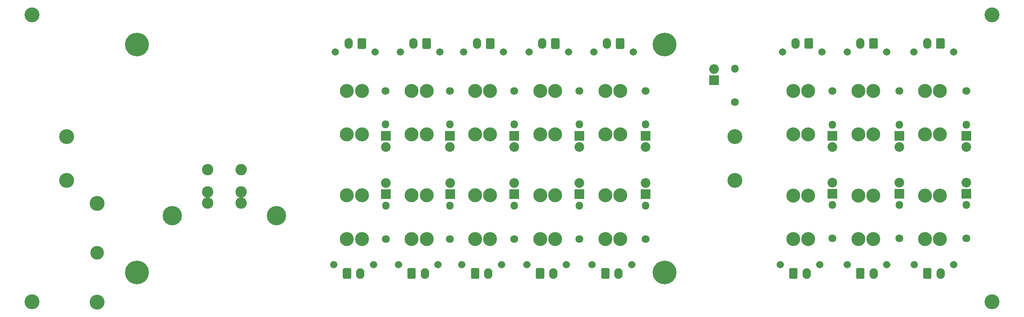
<source format=gbr>
G04 #@! TF.GenerationSoftware,KiCad,Pcbnew,(5.1.5)-3*
G04 #@! TF.CreationDate,2021-01-10T22:08:32-06:00*
G04 #@! TF.ProjectId,Power-Primary,506f7765-722d-4507-9269-6d6172792e6b,rev?*
G04 #@! TF.SameCoordinates,Original*
G04 #@! TF.FileFunction,Soldermask,Top*
G04 #@! TF.FilePolarity,Negative*
%FSLAX46Y46*%
G04 Gerber Fmt 4.6, Leading zero omitted, Abs format (unit mm)*
G04 Created by KiCad (PCBNEW (5.1.5)-3) date 2021-01-10 22:08:32*
%MOMM*%
%LPD*%
G04 APERTURE LIST*
%ADD10O,1.900000X2.420000*%
%ADD11C,0.100000*%
%ADD12C,1.670000*%
%ADD13C,3.400000*%
%ADD14C,5.400000*%
%ADD15O,1.800000X1.800000*%
%ADD16C,1.800000*%
%ADD17C,3.180000*%
%ADD18C,2.200000*%
%ADD19R,2.200000X2.200000*%
%ADD20C,4.400000*%
%ADD21C,2.600000*%
%ADD22C,3.100000*%
G04 APERTURE END LIST*
D10*
X192270000Y-66040000D03*
D11*
G36*
X195934372Y-64831525D02*
G01*
X195965112Y-64836085D01*
X195995257Y-64843636D01*
X196024516Y-64854105D01*
X196052609Y-64867392D01*
X196079264Y-64883368D01*
X196104224Y-64901880D01*
X196127250Y-64922750D01*
X196148120Y-64945776D01*
X196166632Y-64970736D01*
X196182608Y-64997391D01*
X196195895Y-65025484D01*
X196206364Y-65054743D01*
X196213915Y-65084888D01*
X196218475Y-65115628D01*
X196220000Y-65146667D01*
X196220000Y-66933333D01*
X196218475Y-66964372D01*
X196213915Y-66995112D01*
X196206364Y-67025257D01*
X196195895Y-67054516D01*
X196182608Y-67082609D01*
X196166632Y-67109264D01*
X196148120Y-67134224D01*
X196127250Y-67157250D01*
X196104224Y-67178120D01*
X196079264Y-67196632D01*
X196052609Y-67212608D01*
X196024516Y-67225895D01*
X195995257Y-67236364D01*
X195965112Y-67243915D01*
X195934372Y-67248475D01*
X195903333Y-67250000D01*
X194636667Y-67250000D01*
X194605628Y-67248475D01*
X194574888Y-67243915D01*
X194544743Y-67236364D01*
X194515484Y-67225895D01*
X194487391Y-67212608D01*
X194460736Y-67196632D01*
X194435776Y-67178120D01*
X194412750Y-67157250D01*
X194391880Y-67134224D01*
X194373368Y-67109264D01*
X194357392Y-67082609D01*
X194344105Y-67054516D01*
X194333636Y-67025257D01*
X194326085Y-66995112D01*
X194321525Y-66964372D01*
X194320000Y-66933333D01*
X194320000Y-65146667D01*
X194321525Y-65115628D01*
X194326085Y-65084888D01*
X194333636Y-65054743D01*
X194344105Y-65025484D01*
X194357392Y-64997391D01*
X194373368Y-64970736D01*
X194391880Y-64945776D01*
X194412750Y-64922750D01*
X194435776Y-64901880D01*
X194460736Y-64883368D01*
X194487391Y-64867392D01*
X194515484Y-64854105D01*
X194544743Y-64843636D01*
X194574888Y-64836085D01*
X194605628Y-64831525D01*
X194636667Y-64830000D01*
X195903333Y-64830000D01*
X195934372Y-64831525D01*
G37*
D12*
X189270000Y-68000000D03*
X198270000Y-68000000D03*
D10*
X207002000Y-66040000D03*
D11*
G36*
X210666372Y-64831525D02*
G01*
X210697112Y-64836085D01*
X210727257Y-64843636D01*
X210756516Y-64854105D01*
X210784609Y-64867392D01*
X210811264Y-64883368D01*
X210836224Y-64901880D01*
X210859250Y-64922750D01*
X210880120Y-64945776D01*
X210898632Y-64970736D01*
X210914608Y-64997391D01*
X210927895Y-65025484D01*
X210938364Y-65054743D01*
X210945915Y-65084888D01*
X210950475Y-65115628D01*
X210952000Y-65146667D01*
X210952000Y-66933333D01*
X210950475Y-66964372D01*
X210945915Y-66995112D01*
X210938364Y-67025257D01*
X210927895Y-67054516D01*
X210914608Y-67082609D01*
X210898632Y-67109264D01*
X210880120Y-67134224D01*
X210859250Y-67157250D01*
X210836224Y-67178120D01*
X210811264Y-67196632D01*
X210784609Y-67212608D01*
X210756516Y-67225895D01*
X210727257Y-67236364D01*
X210697112Y-67243915D01*
X210666372Y-67248475D01*
X210635333Y-67250000D01*
X209368667Y-67250000D01*
X209337628Y-67248475D01*
X209306888Y-67243915D01*
X209276743Y-67236364D01*
X209247484Y-67225895D01*
X209219391Y-67212608D01*
X209192736Y-67196632D01*
X209167776Y-67178120D01*
X209144750Y-67157250D01*
X209123880Y-67134224D01*
X209105368Y-67109264D01*
X209089392Y-67082609D01*
X209076105Y-67054516D01*
X209065636Y-67025257D01*
X209058085Y-66995112D01*
X209053525Y-66964372D01*
X209052000Y-66933333D01*
X209052000Y-65146667D01*
X209053525Y-65115628D01*
X209058085Y-65084888D01*
X209065636Y-65054743D01*
X209076105Y-65025484D01*
X209089392Y-64997391D01*
X209105368Y-64970736D01*
X209123880Y-64945776D01*
X209144750Y-64922750D01*
X209167776Y-64901880D01*
X209192736Y-64883368D01*
X209219391Y-64867392D01*
X209247484Y-64854105D01*
X209276743Y-64843636D01*
X209306888Y-64836085D01*
X209337628Y-64831525D01*
X209368667Y-64830000D01*
X210635333Y-64830000D01*
X210666372Y-64831525D01*
G37*
D12*
X204002000Y-68000000D03*
X213002000Y-68000000D03*
D10*
X222234000Y-66040000D03*
D11*
G36*
X225898372Y-64831525D02*
G01*
X225929112Y-64836085D01*
X225959257Y-64843636D01*
X225988516Y-64854105D01*
X226016609Y-64867392D01*
X226043264Y-64883368D01*
X226068224Y-64901880D01*
X226091250Y-64922750D01*
X226112120Y-64945776D01*
X226130632Y-64970736D01*
X226146608Y-64997391D01*
X226159895Y-65025484D01*
X226170364Y-65054743D01*
X226177915Y-65084888D01*
X226182475Y-65115628D01*
X226184000Y-65146667D01*
X226184000Y-66933333D01*
X226182475Y-66964372D01*
X226177915Y-66995112D01*
X226170364Y-67025257D01*
X226159895Y-67054516D01*
X226146608Y-67082609D01*
X226130632Y-67109264D01*
X226112120Y-67134224D01*
X226091250Y-67157250D01*
X226068224Y-67178120D01*
X226043264Y-67196632D01*
X226016609Y-67212608D01*
X225988516Y-67225895D01*
X225959257Y-67236364D01*
X225929112Y-67243915D01*
X225898372Y-67248475D01*
X225867333Y-67250000D01*
X224600667Y-67250000D01*
X224569628Y-67248475D01*
X224538888Y-67243915D01*
X224508743Y-67236364D01*
X224479484Y-67225895D01*
X224451391Y-67212608D01*
X224424736Y-67196632D01*
X224399776Y-67178120D01*
X224376750Y-67157250D01*
X224355880Y-67134224D01*
X224337368Y-67109264D01*
X224321392Y-67082609D01*
X224308105Y-67054516D01*
X224297636Y-67025257D01*
X224290085Y-66995112D01*
X224285525Y-66964372D01*
X224284000Y-66933333D01*
X224284000Y-65146667D01*
X224285525Y-65115628D01*
X224290085Y-65084888D01*
X224297636Y-65054743D01*
X224308105Y-65025484D01*
X224321392Y-64997391D01*
X224337368Y-64970736D01*
X224355880Y-64945776D01*
X224376750Y-64922750D01*
X224399776Y-64901880D01*
X224424736Y-64883368D01*
X224451391Y-64867392D01*
X224479484Y-64854105D01*
X224508743Y-64843636D01*
X224538888Y-64836085D01*
X224569628Y-64831525D01*
X224600667Y-64830000D01*
X225867333Y-64830000D01*
X225898372Y-64831525D01*
G37*
D12*
X219234000Y-68000000D03*
X228234000Y-68000000D03*
D10*
X225250000Y-118491000D03*
D11*
G36*
X222914372Y-117282525D02*
G01*
X222945112Y-117287085D01*
X222975257Y-117294636D01*
X223004516Y-117305105D01*
X223032609Y-117318392D01*
X223059264Y-117334368D01*
X223084224Y-117352880D01*
X223107250Y-117373750D01*
X223128120Y-117396776D01*
X223146632Y-117421736D01*
X223162608Y-117448391D01*
X223175895Y-117476484D01*
X223186364Y-117505743D01*
X223193915Y-117535888D01*
X223198475Y-117566628D01*
X223200000Y-117597667D01*
X223200000Y-119384333D01*
X223198475Y-119415372D01*
X223193915Y-119446112D01*
X223186364Y-119476257D01*
X223175895Y-119505516D01*
X223162608Y-119533609D01*
X223146632Y-119560264D01*
X223128120Y-119585224D01*
X223107250Y-119608250D01*
X223084224Y-119629120D01*
X223059264Y-119647632D01*
X223032609Y-119663608D01*
X223004516Y-119676895D01*
X222975257Y-119687364D01*
X222945112Y-119694915D01*
X222914372Y-119699475D01*
X222883333Y-119701000D01*
X221616667Y-119701000D01*
X221585628Y-119699475D01*
X221554888Y-119694915D01*
X221524743Y-119687364D01*
X221495484Y-119676895D01*
X221467391Y-119663608D01*
X221440736Y-119647632D01*
X221415776Y-119629120D01*
X221392750Y-119608250D01*
X221371880Y-119585224D01*
X221353368Y-119560264D01*
X221337392Y-119533609D01*
X221324105Y-119505516D01*
X221313636Y-119476257D01*
X221306085Y-119446112D01*
X221301525Y-119415372D01*
X221300000Y-119384333D01*
X221300000Y-117597667D01*
X221301525Y-117566628D01*
X221306085Y-117535888D01*
X221313636Y-117505743D01*
X221324105Y-117476484D01*
X221337392Y-117448391D01*
X221353368Y-117421736D01*
X221371880Y-117396776D01*
X221392750Y-117373750D01*
X221415776Y-117352880D01*
X221440736Y-117334368D01*
X221467391Y-117318392D01*
X221495484Y-117305105D01*
X221524743Y-117294636D01*
X221554888Y-117287085D01*
X221585628Y-117282525D01*
X221616667Y-117281000D01*
X222883333Y-117281000D01*
X222914372Y-117282525D01*
G37*
D12*
X228250000Y-116531000D03*
X219250000Y-116531000D03*
D10*
X210010000Y-118491000D03*
D11*
G36*
X207674372Y-117282525D02*
G01*
X207705112Y-117287085D01*
X207735257Y-117294636D01*
X207764516Y-117305105D01*
X207792609Y-117318392D01*
X207819264Y-117334368D01*
X207844224Y-117352880D01*
X207867250Y-117373750D01*
X207888120Y-117396776D01*
X207906632Y-117421736D01*
X207922608Y-117448391D01*
X207935895Y-117476484D01*
X207946364Y-117505743D01*
X207953915Y-117535888D01*
X207958475Y-117566628D01*
X207960000Y-117597667D01*
X207960000Y-119384333D01*
X207958475Y-119415372D01*
X207953915Y-119446112D01*
X207946364Y-119476257D01*
X207935895Y-119505516D01*
X207922608Y-119533609D01*
X207906632Y-119560264D01*
X207888120Y-119585224D01*
X207867250Y-119608250D01*
X207844224Y-119629120D01*
X207819264Y-119647632D01*
X207792609Y-119663608D01*
X207764516Y-119676895D01*
X207735257Y-119687364D01*
X207705112Y-119694915D01*
X207674372Y-119699475D01*
X207643333Y-119701000D01*
X206376667Y-119701000D01*
X206345628Y-119699475D01*
X206314888Y-119694915D01*
X206284743Y-119687364D01*
X206255484Y-119676895D01*
X206227391Y-119663608D01*
X206200736Y-119647632D01*
X206175776Y-119629120D01*
X206152750Y-119608250D01*
X206131880Y-119585224D01*
X206113368Y-119560264D01*
X206097392Y-119533609D01*
X206084105Y-119505516D01*
X206073636Y-119476257D01*
X206066085Y-119446112D01*
X206061525Y-119415372D01*
X206060000Y-119384333D01*
X206060000Y-117597667D01*
X206061525Y-117566628D01*
X206066085Y-117535888D01*
X206073636Y-117505743D01*
X206084105Y-117476484D01*
X206097392Y-117448391D01*
X206113368Y-117421736D01*
X206131880Y-117396776D01*
X206152750Y-117373750D01*
X206175776Y-117352880D01*
X206200736Y-117334368D01*
X206227391Y-117318392D01*
X206255484Y-117305105D01*
X206284743Y-117294636D01*
X206314888Y-117287085D01*
X206345628Y-117282525D01*
X206376667Y-117281000D01*
X207643333Y-117281000D01*
X207674372Y-117282525D01*
G37*
D12*
X213010000Y-116531000D03*
X204010000Y-116531000D03*
D10*
X194770000Y-118491000D03*
D11*
G36*
X192434372Y-117282525D02*
G01*
X192465112Y-117287085D01*
X192495257Y-117294636D01*
X192524516Y-117305105D01*
X192552609Y-117318392D01*
X192579264Y-117334368D01*
X192604224Y-117352880D01*
X192627250Y-117373750D01*
X192648120Y-117396776D01*
X192666632Y-117421736D01*
X192682608Y-117448391D01*
X192695895Y-117476484D01*
X192706364Y-117505743D01*
X192713915Y-117535888D01*
X192718475Y-117566628D01*
X192720000Y-117597667D01*
X192720000Y-119384333D01*
X192718475Y-119415372D01*
X192713915Y-119446112D01*
X192706364Y-119476257D01*
X192695895Y-119505516D01*
X192682608Y-119533609D01*
X192666632Y-119560264D01*
X192648120Y-119585224D01*
X192627250Y-119608250D01*
X192604224Y-119629120D01*
X192579264Y-119647632D01*
X192552609Y-119663608D01*
X192524516Y-119676895D01*
X192495257Y-119687364D01*
X192465112Y-119694915D01*
X192434372Y-119699475D01*
X192403333Y-119701000D01*
X191136667Y-119701000D01*
X191105628Y-119699475D01*
X191074888Y-119694915D01*
X191044743Y-119687364D01*
X191015484Y-119676895D01*
X190987391Y-119663608D01*
X190960736Y-119647632D01*
X190935776Y-119629120D01*
X190912750Y-119608250D01*
X190891880Y-119585224D01*
X190873368Y-119560264D01*
X190857392Y-119533609D01*
X190844105Y-119505516D01*
X190833636Y-119476257D01*
X190826085Y-119446112D01*
X190821525Y-119415372D01*
X190820000Y-119384333D01*
X190820000Y-117597667D01*
X190821525Y-117566628D01*
X190826085Y-117535888D01*
X190833636Y-117505743D01*
X190844105Y-117476484D01*
X190857392Y-117448391D01*
X190873368Y-117421736D01*
X190891880Y-117396776D01*
X190912750Y-117373750D01*
X190935776Y-117352880D01*
X190960736Y-117334368D01*
X190987391Y-117318392D01*
X191015484Y-117305105D01*
X191044743Y-117294636D01*
X191074888Y-117287085D01*
X191105628Y-117282525D01*
X191136667Y-117281000D01*
X192403333Y-117281000D01*
X192434372Y-117282525D01*
G37*
D12*
X197770000Y-116531000D03*
X188770000Y-116531000D03*
D10*
X90573600Y-66065400D03*
D11*
G36*
X94237972Y-64856925D02*
G01*
X94268712Y-64861485D01*
X94298857Y-64869036D01*
X94328116Y-64879505D01*
X94356209Y-64892792D01*
X94382864Y-64908768D01*
X94407824Y-64927280D01*
X94430850Y-64948150D01*
X94451720Y-64971176D01*
X94470232Y-64996136D01*
X94486208Y-65022791D01*
X94499495Y-65050884D01*
X94509964Y-65080143D01*
X94517515Y-65110288D01*
X94522075Y-65141028D01*
X94523600Y-65172067D01*
X94523600Y-66958733D01*
X94522075Y-66989772D01*
X94517515Y-67020512D01*
X94509964Y-67050657D01*
X94499495Y-67079916D01*
X94486208Y-67108009D01*
X94470232Y-67134664D01*
X94451720Y-67159624D01*
X94430850Y-67182650D01*
X94407824Y-67203520D01*
X94382864Y-67222032D01*
X94356209Y-67238008D01*
X94328116Y-67251295D01*
X94298857Y-67261764D01*
X94268712Y-67269315D01*
X94237972Y-67273875D01*
X94206933Y-67275400D01*
X92940267Y-67275400D01*
X92909228Y-67273875D01*
X92878488Y-67269315D01*
X92848343Y-67261764D01*
X92819084Y-67251295D01*
X92790991Y-67238008D01*
X92764336Y-67222032D01*
X92739376Y-67203520D01*
X92716350Y-67182650D01*
X92695480Y-67159624D01*
X92676968Y-67134664D01*
X92660992Y-67108009D01*
X92647705Y-67079916D01*
X92637236Y-67050657D01*
X92629685Y-67020512D01*
X92625125Y-66989772D01*
X92623600Y-66958733D01*
X92623600Y-65172067D01*
X92625125Y-65141028D01*
X92629685Y-65110288D01*
X92637236Y-65080143D01*
X92647705Y-65050884D01*
X92660992Y-65022791D01*
X92676968Y-64996136D01*
X92695480Y-64971176D01*
X92716350Y-64948150D01*
X92739376Y-64927280D01*
X92764336Y-64908768D01*
X92790991Y-64892792D01*
X92819084Y-64879505D01*
X92848343Y-64869036D01*
X92878488Y-64861485D01*
X92909228Y-64856925D01*
X92940267Y-64855400D01*
X94206933Y-64855400D01*
X94237972Y-64856925D01*
G37*
D12*
X87573600Y-68025400D03*
X96573600Y-68025400D03*
D10*
X105331000Y-66065400D03*
D11*
G36*
X108995372Y-64856925D02*
G01*
X109026112Y-64861485D01*
X109056257Y-64869036D01*
X109085516Y-64879505D01*
X109113609Y-64892792D01*
X109140264Y-64908768D01*
X109165224Y-64927280D01*
X109188250Y-64948150D01*
X109209120Y-64971176D01*
X109227632Y-64996136D01*
X109243608Y-65022791D01*
X109256895Y-65050884D01*
X109267364Y-65080143D01*
X109274915Y-65110288D01*
X109279475Y-65141028D01*
X109281000Y-65172067D01*
X109281000Y-66958733D01*
X109279475Y-66989772D01*
X109274915Y-67020512D01*
X109267364Y-67050657D01*
X109256895Y-67079916D01*
X109243608Y-67108009D01*
X109227632Y-67134664D01*
X109209120Y-67159624D01*
X109188250Y-67182650D01*
X109165224Y-67203520D01*
X109140264Y-67222032D01*
X109113609Y-67238008D01*
X109085516Y-67251295D01*
X109056257Y-67261764D01*
X109026112Y-67269315D01*
X108995372Y-67273875D01*
X108964333Y-67275400D01*
X107697667Y-67275400D01*
X107666628Y-67273875D01*
X107635888Y-67269315D01*
X107605743Y-67261764D01*
X107576484Y-67251295D01*
X107548391Y-67238008D01*
X107521736Y-67222032D01*
X107496776Y-67203520D01*
X107473750Y-67182650D01*
X107452880Y-67159624D01*
X107434368Y-67134664D01*
X107418392Y-67108009D01*
X107405105Y-67079916D01*
X107394636Y-67050657D01*
X107387085Y-67020512D01*
X107382525Y-66989772D01*
X107381000Y-66958733D01*
X107381000Y-65172067D01*
X107382525Y-65141028D01*
X107387085Y-65110288D01*
X107394636Y-65080143D01*
X107405105Y-65050884D01*
X107418392Y-65022791D01*
X107434368Y-64996136D01*
X107452880Y-64971176D01*
X107473750Y-64948150D01*
X107496776Y-64927280D01*
X107521736Y-64908768D01*
X107548391Y-64892792D01*
X107576484Y-64879505D01*
X107605743Y-64869036D01*
X107635888Y-64861485D01*
X107666628Y-64856925D01*
X107697667Y-64855400D01*
X108964333Y-64855400D01*
X108995372Y-64856925D01*
G37*
D12*
X102331000Y-68025400D03*
X111331000Y-68025400D03*
D10*
X119783600Y-66065400D03*
D11*
G36*
X123447972Y-64856925D02*
G01*
X123478712Y-64861485D01*
X123508857Y-64869036D01*
X123538116Y-64879505D01*
X123566209Y-64892792D01*
X123592864Y-64908768D01*
X123617824Y-64927280D01*
X123640850Y-64948150D01*
X123661720Y-64971176D01*
X123680232Y-64996136D01*
X123696208Y-65022791D01*
X123709495Y-65050884D01*
X123719964Y-65080143D01*
X123727515Y-65110288D01*
X123732075Y-65141028D01*
X123733600Y-65172067D01*
X123733600Y-66958733D01*
X123732075Y-66989772D01*
X123727515Y-67020512D01*
X123719964Y-67050657D01*
X123709495Y-67079916D01*
X123696208Y-67108009D01*
X123680232Y-67134664D01*
X123661720Y-67159624D01*
X123640850Y-67182650D01*
X123617824Y-67203520D01*
X123592864Y-67222032D01*
X123566209Y-67238008D01*
X123538116Y-67251295D01*
X123508857Y-67261764D01*
X123478712Y-67269315D01*
X123447972Y-67273875D01*
X123416933Y-67275400D01*
X122150267Y-67275400D01*
X122119228Y-67273875D01*
X122088488Y-67269315D01*
X122058343Y-67261764D01*
X122029084Y-67251295D01*
X122000991Y-67238008D01*
X121974336Y-67222032D01*
X121949376Y-67203520D01*
X121926350Y-67182650D01*
X121905480Y-67159624D01*
X121886968Y-67134664D01*
X121870992Y-67108009D01*
X121857705Y-67079916D01*
X121847236Y-67050657D01*
X121839685Y-67020512D01*
X121835125Y-66989772D01*
X121833600Y-66958733D01*
X121833600Y-65172067D01*
X121835125Y-65141028D01*
X121839685Y-65110288D01*
X121847236Y-65080143D01*
X121857705Y-65050884D01*
X121870992Y-65022791D01*
X121886968Y-64996136D01*
X121905480Y-64971176D01*
X121926350Y-64948150D01*
X121949376Y-64927280D01*
X121974336Y-64908768D01*
X122000991Y-64892792D01*
X122029084Y-64879505D01*
X122058343Y-64869036D01*
X122088488Y-64861485D01*
X122119228Y-64856925D01*
X122150267Y-64855400D01*
X123416933Y-64855400D01*
X123447972Y-64856925D01*
G37*
D12*
X116783600Y-68025400D03*
X125783600Y-68025400D03*
D10*
X134617200Y-66065400D03*
D11*
G36*
X138281572Y-64856925D02*
G01*
X138312312Y-64861485D01*
X138342457Y-64869036D01*
X138371716Y-64879505D01*
X138399809Y-64892792D01*
X138426464Y-64908768D01*
X138451424Y-64927280D01*
X138474450Y-64948150D01*
X138495320Y-64971176D01*
X138513832Y-64996136D01*
X138529808Y-65022791D01*
X138543095Y-65050884D01*
X138553564Y-65080143D01*
X138561115Y-65110288D01*
X138565675Y-65141028D01*
X138567200Y-65172067D01*
X138567200Y-66958733D01*
X138565675Y-66989772D01*
X138561115Y-67020512D01*
X138553564Y-67050657D01*
X138543095Y-67079916D01*
X138529808Y-67108009D01*
X138513832Y-67134664D01*
X138495320Y-67159624D01*
X138474450Y-67182650D01*
X138451424Y-67203520D01*
X138426464Y-67222032D01*
X138399809Y-67238008D01*
X138371716Y-67251295D01*
X138342457Y-67261764D01*
X138312312Y-67269315D01*
X138281572Y-67273875D01*
X138250533Y-67275400D01*
X136983867Y-67275400D01*
X136952828Y-67273875D01*
X136922088Y-67269315D01*
X136891943Y-67261764D01*
X136862684Y-67251295D01*
X136834591Y-67238008D01*
X136807936Y-67222032D01*
X136782976Y-67203520D01*
X136759950Y-67182650D01*
X136739080Y-67159624D01*
X136720568Y-67134664D01*
X136704592Y-67108009D01*
X136691305Y-67079916D01*
X136680836Y-67050657D01*
X136673285Y-67020512D01*
X136668725Y-66989772D01*
X136667200Y-66958733D01*
X136667200Y-65172067D01*
X136668725Y-65141028D01*
X136673285Y-65110288D01*
X136680836Y-65080143D01*
X136691305Y-65050884D01*
X136704592Y-65022791D01*
X136720568Y-64996136D01*
X136739080Y-64971176D01*
X136759950Y-64948150D01*
X136782976Y-64927280D01*
X136807936Y-64908768D01*
X136834591Y-64892792D01*
X136862684Y-64879505D01*
X136891943Y-64869036D01*
X136922088Y-64861485D01*
X136952828Y-64856925D01*
X136983867Y-64855400D01*
X138250533Y-64855400D01*
X138281572Y-64856925D01*
G37*
D12*
X131617200Y-68025400D03*
X140617200Y-68025400D03*
D10*
X149349200Y-66065400D03*
D11*
G36*
X153013572Y-64856925D02*
G01*
X153044312Y-64861485D01*
X153074457Y-64869036D01*
X153103716Y-64879505D01*
X153131809Y-64892792D01*
X153158464Y-64908768D01*
X153183424Y-64927280D01*
X153206450Y-64948150D01*
X153227320Y-64971176D01*
X153245832Y-64996136D01*
X153261808Y-65022791D01*
X153275095Y-65050884D01*
X153285564Y-65080143D01*
X153293115Y-65110288D01*
X153297675Y-65141028D01*
X153299200Y-65172067D01*
X153299200Y-66958733D01*
X153297675Y-66989772D01*
X153293115Y-67020512D01*
X153285564Y-67050657D01*
X153275095Y-67079916D01*
X153261808Y-67108009D01*
X153245832Y-67134664D01*
X153227320Y-67159624D01*
X153206450Y-67182650D01*
X153183424Y-67203520D01*
X153158464Y-67222032D01*
X153131809Y-67238008D01*
X153103716Y-67251295D01*
X153074457Y-67261764D01*
X153044312Y-67269315D01*
X153013572Y-67273875D01*
X152982533Y-67275400D01*
X151715867Y-67275400D01*
X151684828Y-67273875D01*
X151654088Y-67269315D01*
X151623943Y-67261764D01*
X151594684Y-67251295D01*
X151566591Y-67238008D01*
X151539936Y-67222032D01*
X151514976Y-67203520D01*
X151491950Y-67182650D01*
X151471080Y-67159624D01*
X151452568Y-67134664D01*
X151436592Y-67108009D01*
X151423305Y-67079916D01*
X151412836Y-67050657D01*
X151405285Y-67020512D01*
X151400725Y-66989772D01*
X151399200Y-66958733D01*
X151399200Y-65172067D01*
X151400725Y-65141028D01*
X151405285Y-65110288D01*
X151412836Y-65080143D01*
X151423305Y-65050884D01*
X151436592Y-65022791D01*
X151452568Y-64996136D01*
X151471080Y-64971176D01*
X151491950Y-64948150D01*
X151514976Y-64927280D01*
X151539936Y-64908768D01*
X151566591Y-64892792D01*
X151594684Y-64879505D01*
X151623943Y-64869036D01*
X151654088Y-64861485D01*
X151684828Y-64856925D01*
X151715867Y-64855400D01*
X152982533Y-64855400D01*
X153013572Y-64856925D01*
G37*
D12*
X146349200Y-68025400D03*
X155349200Y-68025400D03*
D10*
X151996400Y-118491000D03*
D11*
G36*
X149660772Y-117282525D02*
G01*
X149691512Y-117287085D01*
X149721657Y-117294636D01*
X149750916Y-117305105D01*
X149779009Y-117318392D01*
X149805664Y-117334368D01*
X149830624Y-117352880D01*
X149853650Y-117373750D01*
X149874520Y-117396776D01*
X149893032Y-117421736D01*
X149909008Y-117448391D01*
X149922295Y-117476484D01*
X149932764Y-117505743D01*
X149940315Y-117535888D01*
X149944875Y-117566628D01*
X149946400Y-117597667D01*
X149946400Y-119384333D01*
X149944875Y-119415372D01*
X149940315Y-119446112D01*
X149932764Y-119476257D01*
X149922295Y-119505516D01*
X149909008Y-119533609D01*
X149893032Y-119560264D01*
X149874520Y-119585224D01*
X149853650Y-119608250D01*
X149830624Y-119629120D01*
X149805664Y-119647632D01*
X149779009Y-119663608D01*
X149750916Y-119676895D01*
X149721657Y-119687364D01*
X149691512Y-119694915D01*
X149660772Y-119699475D01*
X149629733Y-119701000D01*
X148363067Y-119701000D01*
X148332028Y-119699475D01*
X148301288Y-119694915D01*
X148271143Y-119687364D01*
X148241884Y-119676895D01*
X148213791Y-119663608D01*
X148187136Y-119647632D01*
X148162176Y-119629120D01*
X148139150Y-119608250D01*
X148118280Y-119585224D01*
X148099768Y-119560264D01*
X148083792Y-119533609D01*
X148070505Y-119505516D01*
X148060036Y-119476257D01*
X148052485Y-119446112D01*
X148047925Y-119415372D01*
X148046400Y-119384333D01*
X148046400Y-117597667D01*
X148047925Y-117566628D01*
X148052485Y-117535888D01*
X148060036Y-117505743D01*
X148070505Y-117476484D01*
X148083792Y-117448391D01*
X148099768Y-117421736D01*
X148118280Y-117396776D01*
X148139150Y-117373750D01*
X148162176Y-117352880D01*
X148187136Y-117334368D01*
X148213791Y-117318392D01*
X148241884Y-117305105D01*
X148271143Y-117294636D01*
X148301288Y-117287085D01*
X148332028Y-117282525D01*
X148363067Y-117281000D01*
X149629733Y-117281000D01*
X149660772Y-117282525D01*
G37*
D12*
X154996400Y-116531000D03*
X145996400Y-116531000D03*
D10*
X137137400Y-118491000D03*
D11*
G36*
X134801772Y-117282525D02*
G01*
X134832512Y-117287085D01*
X134862657Y-117294636D01*
X134891916Y-117305105D01*
X134920009Y-117318392D01*
X134946664Y-117334368D01*
X134971624Y-117352880D01*
X134994650Y-117373750D01*
X135015520Y-117396776D01*
X135034032Y-117421736D01*
X135050008Y-117448391D01*
X135063295Y-117476484D01*
X135073764Y-117505743D01*
X135081315Y-117535888D01*
X135085875Y-117566628D01*
X135087400Y-117597667D01*
X135087400Y-119384333D01*
X135085875Y-119415372D01*
X135081315Y-119446112D01*
X135073764Y-119476257D01*
X135063295Y-119505516D01*
X135050008Y-119533609D01*
X135034032Y-119560264D01*
X135015520Y-119585224D01*
X134994650Y-119608250D01*
X134971624Y-119629120D01*
X134946664Y-119647632D01*
X134920009Y-119663608D01*
X134891916Y-119676895D01*
X134862657Y-119687364D01*
X134832512Y-119694915D01*
X134801772Y-119699475D01*
X134770733Y-119701000D01*
X133504067Y-119701000D01*
X133473028Y-119699475D01*
X133442288Y-119694915D01*
X133412143Y-119687364D01*
X133382884Y-119676895D01*
X133354791Y-119663608D01*
X133328136Y-119647632D01*
X133303176Y-119629120D01*
X133280150Y-119608250D01*
X133259280Y-119585224D01*
X133240768Y-119560264D01*
X133224792Y-119533609D01*
X133211505Y-119505516D01*
X133201036Y-119476257D01*
X133193485Y-119446112D01*
X133188925Y-119415372D01*
X133187400Y-119384333D01*
X133187400Y-117597667D01*
X133188925Y-117566628D01*
X133193485Y-117535888D01*
X133201036Y-117505743D01*
X133211505Y-117476484D01*
X133224792Y-117448391D01*
X133240768Y-117421736D01*
X133259280Y-117396776D01*
X133280150Y-117373750D01*
X133303176Y-117352880D01*
X133328136Y-117334368D01*
X133354791Y-117318392D01*
X133382884Y-117305105D01*
X133412143Y-117294636D01*
X133442288Y-117287085D01*
X133473028Y-117282525D01*
X133504067Y-117281000D01*
X134770733Y-117281000D01*
X134801772Y-117282525D01*
G37*
D12*
X140137400Y-116531000D03*
X131137400Y-116531000D03*
D10*
X122354600Y-118491000D03*
D11*
G36*
X120018972Y-117282525D02*
G01*
X120049712Y-117287085D01*
X120079857Y-117294636D01*
X120109116Y-117305105D01*
X120137209Y-117318392D01*
X120163864Y-117334368D01*
X120188824Y-117352880D01*
X120211850Y-117373750D01*
X120232720Y-117396776D01*
X120251232Y-117421736D01*
X120267208Y-117448391D01*
X120280495Y-117476484D01*
X120290964Y-117505743D01*
X120298515Y-117535888D01*
X120303075Y-117566628D01*
X120304600Y-117597667D01*
X120304600Y-119384333D01*
X120303075Y-119415372D01*
X120298515Y-119446112D01*
X120290964Y-119476257D01*
X120280495Y-119505516D01*
X120267208Y-119533609D01*
X120251232Y-119560264D01*
X120232720Y-119585224D01*
X120211850Y-119608250D01*
X120188824Y-119629120D01*
X120163864Y-119647632D01*
X120137209Y-119663608D01*
X120109116Y-119676895D01*
X120079857Y-119687364D01*
X120049712Y-119694915D01*
X120018972Y-119699475D01*
X119987933Y-119701000D01*
X118721267Y-119701000D01*
X118690228Y-119699475D01*
X118659488Y-119694915D01*
X118629343Y-119687364D01*
X118600084Y-119676895D01*
X118571991Y-119663608D01*
X118545336Y-119647632D01*
X118520376Y-119629120D01*
X118497350Y-119608250D01*
X118476480Y-119585224D01*
X118457968Y-119560264D01*
X118441992Y-119533609D01*
X118428705Y-119505516D01*
X118418236Y-119476257D01*
X118410685Y-119446112D01*
X118406125Y-119415372D01*
X118404600Y-119384333D01*
X118404600Y-117597667D01*
X118406125Y-117566628D01*
X118410685Y-117535888D01*
X118418236Y-117505743D01*
X118428705Y-117476484D01*
X118441992Y-117448391D01*
X118457968Y-117421736D01*
X118476480Y-117396776D01*
X118497350Y-117373750D01*
X118520376Y-117352880D01*
X118545336Y-117334368D01*
X118571991Y-117318392D01*
X118600084Y-117305105D01*
X118629343Y-117294636D01*
X118659488Y-117287085D01*
X118690228Y-117282525D01*
X118721267Y-117281000D01*
X119987933Y-117281000D01*
X120018972Y-117282525D01*
G37*
D12*
X125354600Y-116531000D03*
X116354600Y-116531000D03*
D10*
X107902000Y-118491000D03*
D11*
G36*
X105566372Y-117282525D02*
G01*
X105597112Y-117287085D01*
X105627257Y-117294636D01*
X105656516Y-117305105D01*
X105684609Y-117318392D01*
X105711264Y-117334368D01*
X105736224Y-117352880D01*
X105759250Y-117373750D01*
X105780120Y-117396776D01*
X105798632Y-117421736D01*
X105814608Y-117448391D01*
X105827895Y-117476484D01*
X105838364Y-117505743D01*
X105845915Y-117535888D01*
X105850475Y-117566628D01*
X105852000Y-117597667D01*
X105852000Y-119384333D01*
X105850475Y-119415372D01*
X105845915Y-119446112D01*
X105838364Y-119476257D01*
X105827895Y-119505516D01*
X105814608Y-119533609D01*
X105798632Y-119560264D01*
X105780120Y-119585224D01*
X105759250Y-119608250D01*
X105736224Y-119629120D01*
X105711264Y-119647632D01*
X105684609Y-119663608D01*
X105656516Y-119676895D01*
X105627257Y-119687364D01*
X105597112Y-119694915D01*
X105566372Y-119699475D01*
X105535333Y-119701000D01*
X104268667Y-119701000D01*
X104237628Y-119699475D01*
X104206888Y-119694915D01*
X104176743Y-119687364D01*
X104147484Y-119676895D01*
X104119391Y-119663608D01*
X104092736Y-119647632D01*
X104067776Y-119629120D01*
X104044750Y-119608250D01*
X104023880Y-119585224D01*
X104005368Y-119560264D01*
X103989392Y-119533609D01*
X103976105Y-119505516D01*
X103965636Y-119476257D01*
X103958085Y-119446112D01*
X103953525Y-119415372D01*
X103952000Y-119384333D01*
X103952000Y-117597667D01*
X103953525Y-117566628D01*
X103958085Y-117535888D01*
X103965636Y-117505743D01*
X103976105Y-117476484D01*
X103989392Y-117448391D01*
X104005368Y-117421736D01*
X104023880Y-117396776D01*
X104044750Y-117373750D01*
X104067776Y-117352880D01*
X104092736Y-117334368D01*
X104119391Y-117318392D01*
X104147484Y-117305105D01*
X104176743Y-117294636D01*
X104206888Y-117287085D01*
X104237628Y-117282525D01*
X104268667Y-117281000D01*
X105535333Y-117281000D01*
X105566372Y-117282525D01*
G37*
D12*
X110902000Y-116531000D03*
X101902000Y-116531000D03*
D10*
X93220800Y-118491000D03*
D11*
G36*
X90885172Y-117282525D02*
G01*
X90915912Y-117287085D01*
X90946057Y-117294636D01*
X90975316Y-117305105D01*
X91003409Y-117318392D01*
X91030064Y-117334368D01*
X91055024Y-117352880D01*
X91078050Y-117373750D01*
X91098920Y-117396776D01*
X91117432Y-117421736D01*
X91133408Y-117448391D01*
X91146695Y-117476484D01*
X91157164Y-117505743D01*
X91164715Y-117535888D01*
X91169275Y-117566628D01*
X91170800Y-117597667D01*
X91170800Y-119384333D01*
X91169275Y-119415372D01*
X91164715Y-119446112D01*
X91157164Y-119476257D01*
X91146695Y-119505516D01*
X91133408Y-119533609D01*
X91117432Y-119560264D01*
X91098920Y-119585224D01*
X91078050Y-119608250D01*
X91055024Y-119629120D01*
X91030064Y-119647632D01*
X91003409Y-119663608D01*
X90975316Y-119676895D01*
X90946057Y-119687364D01*
X90915912Y-119694915D01*
X90885172Y-119699475D01*
X90854133Y-119701000D01*
X89587467Y-119701000D01*
X89556428Y-119699475D01*
X89525688Y-119694915D01*
X89495543Y-119687364D01*
X89466284Y-119676895D01*
X89438191Y-119663608D01*
X89411536Y-119647632D01*
X89386576Y-119629120D01*
X89363550Y-119608250D01*
X89342680Y-119585224D01*
X89324168Y-119560264D01*
X89308192Y-119533609D01*
X89294905Y-119505516D01*
X89284436Y-119476257D01*
X89276885Y-119446112D01*
X89272325Y-119415372D01*
X89270800Y-119384333D01*
X89270800Y-117597667D01*
X89272325Y-117566628D01*
X89276885Y-117535888D01*
X89284436Y-117505743D01*
X89294905Y-117476484D01*
X89308192Y-117448391D01*
X89324168Y-117421736D01*
X89342680Y-117396776D01*
X89363550Y-117373750D01*
X89386576Y-117352880D01*
X89411536Y-117334368D01*
X89438191Y-117318392D01*
X89466284Y-117305105D01*
X89495543Y-117294636D01*
X89525688Y-117287085D01*
X89556428Y-117282525D01*
X89587467Y-117281000D01*
X90854133Y-117281000D01*
X90885172Y-117282525D01*
G37*
D12*
X96220800Y-116531000D03*
X87220800Y-116531000D03*
D13*
X237000000Y-125000000D03*
X18500000Y-125000000D03*
X237000000Y-59500000D03*
X18500000Y-59500000D03*
X178430200Y-97301000D03*
X178430200Y-87301000D03*
D14*
X162430200Y-118301000D03*
X42430200Y-66301000D03*
X42430200Y-118301000D03*
X162430200Y-66301000D03*
D13*
X26430200Y-97301000D03*
X26430200Y-87301000D03*
D15*
X200660000Y-84580400D03*
D16*
X200660000Y-76860400D03*
D15*
X215900000Y-84580400D03*
D16*
X215900000Y-76860400D03*
D15*
X231140000Y-84580400D03*
D16*
X231140000Y-76860400D03*
D15*
X231140000Y-102870000D03*
D16*
X231140000Y-110490000D03*
D15*
X215900000Y-102870000D03*
D16*
X215900000Y-110490000D03*
D15*
X200660000Y-102870000D03*
D16*
X200660000Y-110490000D03*
D17*
X195170000Y-76846400D03*
X191770000Y-76846400D03*
X195170000Y-86766400D03*
X191770000Y-86766400D03*
X209952600Y-76846400D03*
X206552600Y-76846400D03*
X209952600Y-86766400D03*
X206552600Y-86766400D03*
X225150000Y-76846400D03*
X221750000Y-76846400D03*
X225150000Y-86766400D03*
X221750000Y-86766400D03*
X221750000Y-110686400D03*
X225150000Y-110686400D03*
X221750000Y-100766400D03*
X225150000Y-100766400D03*
X206552600Y-110686400D03*
X209952600Y-110686400D03*
X206552600Y-100766400D03*
X209952600Y-100766400D03*
X195170000Y-100766400D03*
X191770000Y-100766400D03*
X195170000Y-110686400D03*
X191770000Y-110686400D03*
D18*
X200660000Y-89636600D03*
D19*
X200660000Y-87096600D03*
D18*
X215900000Y-89636600D03*
D19*
X215900000Y-87096600D03*
D18*
X231140000Y-89636600D03*
D19*
X231140000Y-87096600D03*
D18*
X231140000Y-97790000D03*
D19*
X231140000Y-100330000D03*
D18*
X215900000Y-97790000D03*
D19*
X215900000Y-100330000D03*
D18*
X200660000Y-97790000D03*
D19*
X200660000Y-100330000D03*
D20*
X74155880Y-105283920D03*
X50415880Y-105283920D03*
D21*
X66095880Y-102483920D03*
X66095880Y-99943920D03*
X58475880Y-102483920D03*
X58475880Y-99943920D03*
X66095880Y-94863920D03*
X58475880Y-94863920D03*
D15*
X99009200Y-102997000D03*
D16*
X99009200Y-110617000D03*
X113639600Y-110617000D03*
D15*
X113639600Y-102997000D03*
X128219200Y-102997000D03*
D16*
X128219200Y-110617000D03*
X143103600Y-110617000D03*
D15*
X143103600Y-102997000D03*
X158140400Y-102997000D03*
D16*
X158140400Y-110617000D03*
D15*
X158140400Y-84480400D03*
D16*
X158140400Y-76860400D03*
X143103600Y-76885800D03*
D15*
X143103600Y-84505800D03*
X128270000Y-84480400D03*
D16*
X128270000Y-76860400D03*
X113639600Y-76860400D03*
D15*
X113639600Y-84480400D03*
X98983800Y-84480400D03*
D16*
X98983800Y-76860400D03*
D17*
X122754600Y-76846400D03*
X119354600Y-76846400D03*
X122754600Y-86766400D03*
X119354600Y-86766400D03*
X108327400Y-76846400D03*
X104927400Y-76846400D03*
X108327400Y-86766400D03*
X104927400Y-86766400D03*
D19*
X99009200Y-87096600D03*
D18*
X99009200Y-89636600D03*
X99009200Y-97840800D03*
D19*
X99009200Y-100380800D03*
X113665000Y-100380800D03*
D18*
X113665000Y-97840800D03*
D19*
X128244600Y-100380800D03*
D18*
X128244600Y-97840800D03*
X143103600Y-97840800D03*
D19*
X143103600Y-100380800D03*
X158140400Y-100380800D03*
D18*
X158140400Y-97840800D03*
D19*
X158165800Y-87096600D03*
D18*
X158165800Y-89636600D03*
X143103600Y-89636600D03*
D19*
X143103600Y-87096600D03*
X128244600Y-87096600D03*
D18*
X128244600Y-89636600D03*
D19*
X113614200Y-87096600D03*
D18*
X113614200Y-89636600D03*
D17*
X93595400Y-100698300D03*
X90195400Y-100698300D03*
X93595400Y-110618300D03*
X90195400Y-110618300D03*
X108327400Y-100698300D03*
X104927400Y-100698300D03*
X108327400Y-110618300D03*
X104927400Y-110618300D03*
X119354600Y-110618300D03*
X122754600Y-110618300D03*
X119354600Y-100698300D03*
X122754600Y-100698300D03*
X137588400Y-100698300D03*
X134188400Y-100698300D03*
X137588400Y-110618300D03*
X134188400Y-110618300D03*
X152371000Y-100698300D03*
X148971000Y-100698300D03*
X152371000Y-110618300D03*
X148971000Y-110618300D03*
X152371000Y-76846400D03*
X148971000Y-76846400D03*
X152371000Y-86766400D03*
X148971000Y-86766400D03*
X137588400Y-76846400D03*
X134188400Y-76846400D03*
X137588400Y-86766400D03*
X134188400Y-86766400D03*
X93595400Y-76846400D03*
X90195400Y-76846400D03*
X93595400Y-86766400D03*
X90195400Y-86766400D03*
D19*
X173761400Y-74396600D03*
D18*
X173761400Y-71856600D03*
D16*
X178460400Y-79451200D03*
D15*
X178460400Y-71831200D03*
D13*
X33324800Y-102514400D03*
X33324800Y-125014400D03*
D22*
X33324800Y-113764400D03*
M02*

</source>
